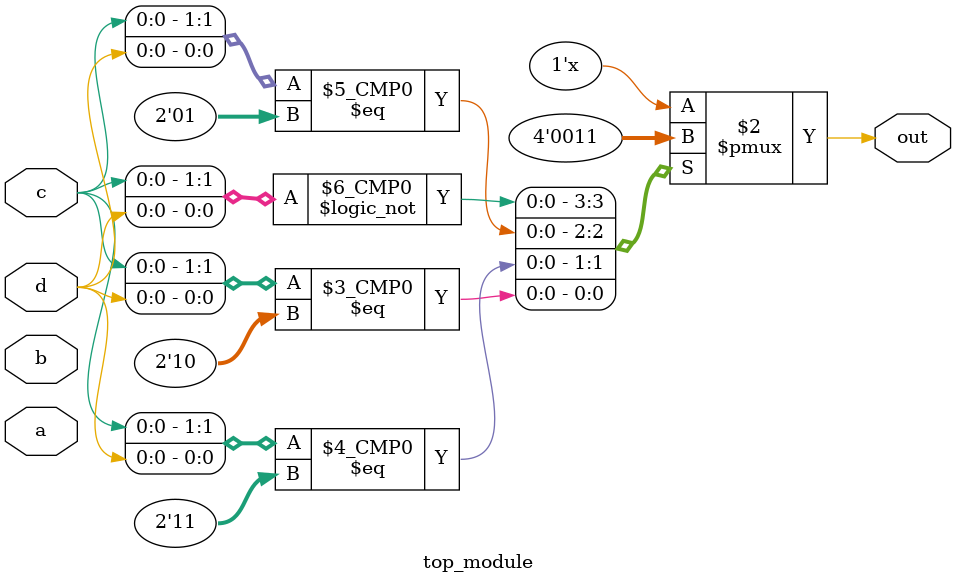
<source format=sv>
module top_module (
    input a,
    input b,
    input c,
    input d,
    output reg out
);

always @(*) begin
    case ({c, d})
        2'b00: out = 1'b0;
        2'b01: out = 1'b0;
        2'b11: out = 1'b1;
        2'b10: out = 1'b1;
        default: out = 1'b1; // d case
    endcase
end

endmodule

</source>
